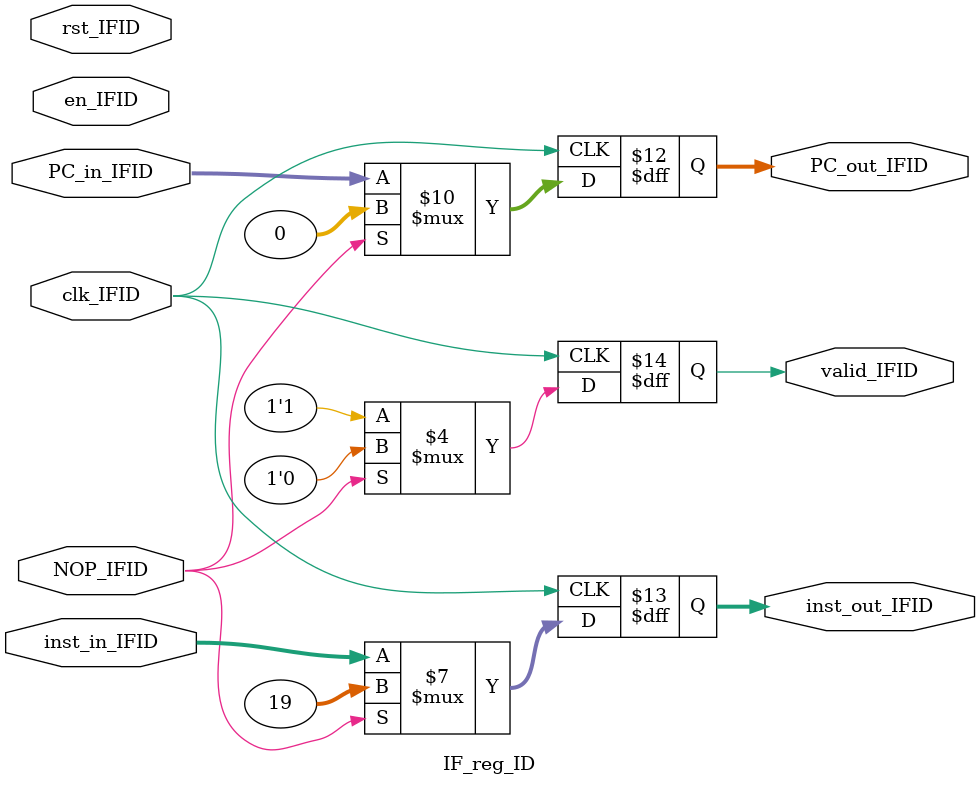
<source format=v>
`timescale 1ns / 1ps


module IF_reg_ID(
  input clk_IFID,
  input rst_IFID,
  input en_IFID,
  input [31:0]PC_in_IFID,
  input [31:0]inst_in_IFID,
  input NOP_IFID,
  output reg [31:0]PC_out_IFID,
  output reg [31:0]inst_out_IFID,
  output reg valid_IFID
    );
    always @ (posedge clk_IFID) begin
    if(NOP_IFID==0) begin
    PC_out_IFID <= PC_in_IFID;
    inst_out_IFID <= inst_in_IFID;
    valid_IFID<=1;
    end 
    else begin
    PC_out_IFID<=32'h00000000;
    inst_out_IFID<=32'h00000013;
    valid_IFID<=0;
    end
    end
endmodule

</source>
